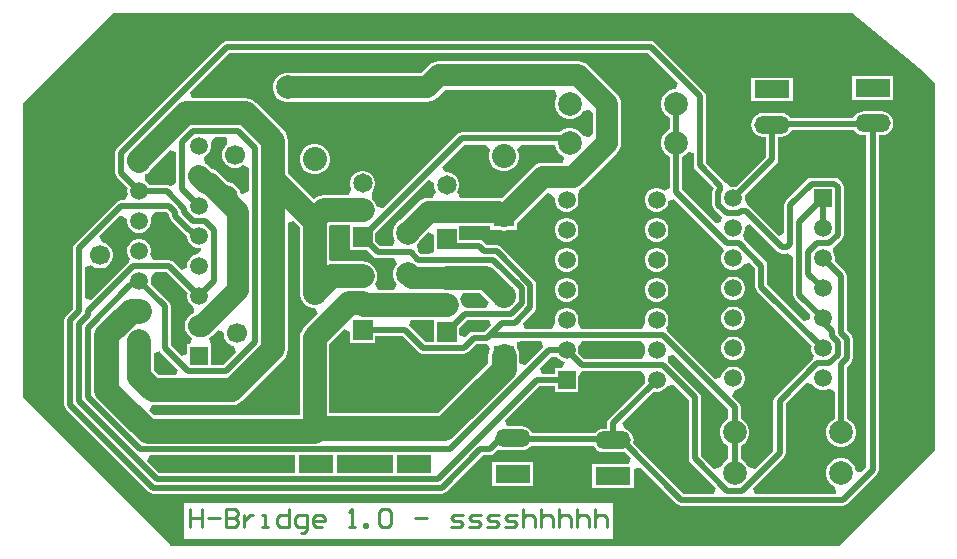
<source format=gbr>
%TF.GenerationSoftware,Altium Limited,Altium Designer,25.8.1 (18)*%
G04 Layer_Physical_Order=1*
G04 Layer_Color=255*
%FSLAX45Y45*%
%MOMM*%
%TF.SameCoordinates,A03D5229-0D84-416C-82DE-D2F162E989C3*%
%TF.FilePolarity,Positive*%
%TF.FileFunction,Copper,L1,Top,Signal*%
%TF.Part,Single*%
G01*
G75*
%TA.AperFunction,Conductor*%
%ADD10C,0.50000*%
%ADD11C,2.00000*%
%ADD12C,1.90000*%
%ADD13C,2.10000*%
%TA.AperFunction,NonConductor*%
%ADD14C,0.25400*%
%TA.AperFunction,ComponentPad*%
%ADD15R,1.50000X1.50000*%
%ADD16C,1.50000*%
%ADD17O,3.00000X1.50000*%
%ADD18R,3.00000X1.50000*%
%ADD19R,1.65100X1.65100*%
%ADD20C,1.65100*%
%ADD21C,2.00000*%
%ADD22R,1.77800X1.77800*%
%ADD23C,2.03200*%
%TA.AperFunction,ViaPad*%
%ADD24C,1.70000*%
%ADD25C,2.00000*%
G36*
X13271500Y8026400D02*
X13366750Y7931150D01*
Y4857750D01*
Y4832350D01*
X12553950Y4019550D01*
X6902450D01*
X5645150Y5276850D01*
Y7766050D01*
X6394450Y8515350D01*
X6419850Y8528050D01*
X12668250D01*
X13271500Y8026400D01*
D02*
G37*
%LPC*%
G36*
X13015099Y7995000D02*
X12664300D01*
Y7794200D01*
X13015099D01*
Y7995000D01*
D02*
G37*
G36*
X12164199Y7982300D02*
X11813400D01*
Y7781500D01*
X12164199D01*
Y7982300D01*
D02*
G37*
G36*
X9967099Y4728000D02*
X9616300D01*
Y4527200D01*
X9967099D01*
Y4728000D01*
D02*
G37*
G36*
X10960100Y8293687D02*
X7372863D01*
X7353197Y8289776D01*
X7336526Y8278636D01*
X6442664Y7384774D01*
X6431524Y7368103D01*
X6427613Y7348437D01*
Y7173500D01*
X6431524Y7153835D01*
X6442664Y7137164D01*
X6532066Y7047761D01*
X6529000Y7036318D01*
Y7009882D01*
X6532750Y6995887D01*
X6515617Y6962454D01*
X6500312Y6945887D01*
X6475400D01*
X6455735Y6941976D01*
X6439064Y6930836D01*
X6085064Y6576836D01*
X6073924Y6560165D01*
X6070013Y6540500D01*
Y6025252D01*
X6009664Y5964903D01*
X5998524Y5948232D01*
X5994613Y5928567D01*
Y5213430D01*
X5998524Y5193765D01*
X6009664Y5177094D01*
X6712194Y4474564D01*
X6728865Y4463424D01*
X6748530Y4459513D01*
X9191800D01*
X9211465Y4463424D01*
X9228136Y4474564D01*
X9539285Y4785713D01*
X9599140D01*
X9618805Y4789624D01*
X9635476Y4800764D01*
X9672110Y4837397D01*
X9690490Y4829784D01*
X9716699Y4826334D01*
X9866700D01*
X9892909Y4829784D01*
X9917333Y4839901D01*
X9938306Y4855994D01*
X9947106Y4867463D01*
X10476588D01*
X10479900Y4859467D01*
X10495993Y4838494D01*
X10516966Y4822401D01*
X10541390Y4812284D01*
X10567599Y4808834D01*
X10717600D01*
X10742867Y4812160D01*
X10794527Y4760500D01*
X10773816Y4710500D01*
X10467200D01*
Y4509700D01*
X10817999D01*
Y4666317D01*
X10867999Y4687027D01*
X11181663Y4373364D01*
X11198334Y4362224D01*
X11217999Y4358313D01*
X12588500D01*
X12608165Y4362224D01*
X12624836Y4373364D01*
X12876036Y4624563D01*
X12887175Y4641235D01*
X12891087Y4660899D01*
Y7493334D01*
X12914700D01*
X12940909Y7496784D01*
X12965334Y7506901D01*
X12986307Y7522994D01*
X13002399Y7543967D01*
X13012515Y7568390D01*
X13015965Y7594600D01*
X13012515Y7620810D01*
X13002399Y7645233D01*
X12986307Y7666206D01*
X12965334Y7682299D01*
X12940909Y7692416D01*
X12914700Y7695866D01*
X12764699D01*
X12738490Y7692416D01*
X12714066Y7682299D01*
X12693093Y7666206D01*
X12677000Y7645233D01*
X12674682Y7639637D01*
X12146048D01*
X12135406Y7653506D01*
X12114433Y7669599D01*
X12090009Y7679716D01*
X12063800Y7683166D01*
X11913799D01*
X11887590Y7679716D01*
X11863166Y7669599D01*
X11842193Y7653506D01*
X11826100Y7632533D01*
X11815984Y7608110D01*
X11812533Y7581900D01*
X11815984Y7555690D01*
X11826100Y7531267D01*
X11842193Y7510294D01*
X11863166Y7494201D01*
X11887590Y7484084D01*
X11913799Y7480634D01*
X11937412D01*
Y7311085D01*
X11683261Y7056934D01*
X11671818Y7060000D01*
X11645382D01*
X11596694Y7088647D01*
X11585555Y7105318D01*
X11430587Y7260285D01*
Y7823200D01*
X11426676Y7842865D01*
X11415536Y7859536D01*
X10996436Y8278636D01*
X10979765Y8289776D01*
X10960100Y8293687D01*
D02*
G37*
G36*
X10641458Y4381434D02*
X7010400D01*
Y4076700D01*
X10641458D01*
Y4381434D01*
D02*
G37*
%LPD*%
G36*
X10150600Y7412991D02*
X10159146Y7381098D01*
X10175655Y7352503D01*
X10199003Y7329155D01*
X10227598Y7312646D01*
X10216937Y7263739D01*
X10050600D01*
X10019169Y7259601D01*
X9989880Y7247469D01*
X9964730Y7228170D01*
X9700286Y6963726D01*
X9677400Y6966739D01*
X9349114D01*
X9335346Y6985604D01*
X9324548Y7016739D01*
X9333493Y7032233D01*
X9340850Y7059688D01*
Y7088112D01*
X9333493Y7115567D01*
X9319281Y7140183D01*
X9299183Y7160281D01*
X9274567Y7174493D01*
X9247112Y7181850D01*
X9218688D01*
X9217110Y7181427D01*
X9191229Y7226256D01*
X9380785Y7415813D01*
X9569207D01*
X9598075Y7365813D01*
X9597155Y7364220D01*
X9588500Y7331920D01*
Y7298480D01*
X9597155Y7266180D01*
X9613875Y7237220D01*
X9637520Y7213575D01*
X9666480Y7196855D01*
X9698780Y7188200D01*
X9732220D01*
X9764520Y7196855D01*
X9793480Y7213575D01*
X9817125Y7237220D01*
X9833845Y7266180D01*
X9842500Y7298480D01*
Y7331920D01*
X9833845Y7364220D01*
X9832925Y7365813D01*
X9861793Y7415813D01*
X10150600D01*
Y7412991D01*
D02*
G37*
G36*
X6940613Y7353152D02*
Y7088902D01*
X6920647Y7074639D01*
X6890613Y7065286D01*
X6882697Y7070576D01*
X6863031Y7074487D01*
X6715663D01*
X6709740Y7084747D01*
X6691047Y7103440D01*
X6681624Y7108880D01*
X6679344Y7152157D01*
X6682934Y7163542D01*
X6692641Y7167563D01*
X6718836Y7187664D01*
X6738937Y7213859D01*
X6741019Y7218886D01*
X6894419Y7372286D01*
X6940613Y7353152D01*
D02*
G37*
G36*
X11196126Y7933602D02*
X11173917Y7885100D01*
X11159491D01*
X11127598Y7876554D01*
X11099003Y7860045D01*
X11075655Y7836697D01*
X11059146Y7808102D01*
X11050600Y7776209D01*
Y7743191D01*
X11059146Y7711298D01*
X11075655Y7682703D01*
X11099003Y7659355D01*
X11124613Y7644569D01*
Y7544631D01*
X11099003Y7529845D01*
X11075655Y7506497D01*
X11059146Y7477902D01*
X11050600Y7446009D01*
Y7412991D01*
X11059146Y7381098D01*
X11075655Y7352503D01*
X11099003Y7329155D01*
X11124613Y7314369D01*
Y7045884D01*
X11074613Y7025173D01*
X11072547Y7027240D01*
X11049653Y7040458D01*
X11024117Y7047300D01*
X10997682D01*
X10972146Y7040458D01*
X10949252Y7027240D01*
X10930560Y7008547D01*
X10917342Y6985653D01*
X10910500Y6960118D01*
Y6933682D01*
X10917342Y6908147D01*
X10930560Y6885253D01*
X10949252Y6866560D01*
X10972146Y6853342D01*
X10997682Y6846500D01*
X11024117D01*
X11049653Y6853342D01*
X11072547Y6866560D01*
X11091239Y6885253D01*
X11104457Y6908147D01*
X11111299Y6933682D01*
X11161299Y6952886D01*
X11570322Y6543864D01*
X11577816Y6514959D01*
X11565659Y6491422D01*
X11565042Y6490353D01*
X11558200Y6464818D01*
Y6438382D01*
X11565042Y6412847D01*
X11578260Y6389953D01*
X11596953Y6371260D01*
X11619847Y6358042D01*
X11645382Y6351200D01*
X11671818D01*
X11697353Y6358042D01*
X11720247Y6371260D01*
X11738940Y6389953D01*
X11744528Y6399631D01*
X11785985Y6411861D01*
X11803520Y6411349D01*
X11846717Y6368152D01*
Y6212095D01*
X11850629Y6192430D01*
X11861769Y6175759D01*
X12323266Y5714261D01*
X12320200Y5702818D01*
Y5676382D01*
X12327042Y5650847D01*
X12340260Y5627953D01*
X12333921Y5598936D01*
X12015591Y5280606D01*
X12004452Y5263935D01*
X12000540Y5244270D01*
Y4824715D01*
X11844105Y4668279D01*
X11788337Y4683222D01*
X11788154Y4683902D01*
X11771645Y4712497D01*
X11748298Y4735845D01*
X11722688Y4750631D01*
Y4863269D01*
X11748298Y4878055D01*
X11771645Y4901403D01*
X11788154Y4929998D01*
X11796700Y4961891D01*
Y4994909D01*
X11788154Y5026802D01*
X11771645Y5055397D01*
X11748298Y5078745D01*
X11722688Y5093531D01*
Y5193842D01*
X11718776Y5213507D01*
X11707636Y5230178D01*
X11652614Y5285200D01*
X11671818Y5335200D01*
X11697353Y5342042D01*
X11720247Y5355260D01*
X11738940Y5373953D01*
X11752158Y5396847D01*
X11759000Y5422382D01*
Y5448818D01*
X11752158Y5474353D01*
X11738940Y5497247D01*
X11720247Y5515940D01*
X11697353Y5529158D01*
X11671818Y5536000D01*
X11645382D01*
X11619847Y5529158D01*
X11596953Y5515940D01*
X11578260Y5497247D01*
X11565042Y5474353D01*
X11558200Y5448818D01*
X11508200Y5429614D01*
X11099178Y5838636D01*
X11091683Y5867541D01*
X11103840Y5891078D01*
X11104457Y5892147D01*
X11111299Y5917682D01*
Y5944118D01*
X11104457Y5969653D01*
X11091239Y5992547D01*
X11072547Y6011240D01*
X11049653Y6024458D01*
X11024117Y6031300D01*
X10997682D01*
X10972146Y6024458D01*
X10949252Y6011240D01*
X10930560Y5992547D01*
X10917342Y5969653D01*
X10910500Y5944118D01*
Y5917682D01*
X10914249Y5903687D01*
X10897116Y5870254D01*
X10881811Y5853687D01*
X10377988D01*
X10362683Y5870254D01*
X10345550Y5903687D01*
X10349299Y5917682D01*
Y5944118D01*
X10342457Y5969653D01*
X10329239Y5992547D01*
X10310547Y6011240D01*
X10287653Y6024458D01*
X10262117Y6031300D01*
X10235682D01*
X10210146Y6024458D01*
X10187252Y6011240D01*
X10168560Y5992547D01*
X10155342Y5969653D01*
X10148500Y5944118D01*
Y5917682D01*
X10152249Y5903687D01*
X10135116Y5870254D01*
X10119811Y5853687D01*
X9900062D01*
X9879351Y5903687D01*
X9979236Y6003572D01*
X9990375Y6020243D01*
X9994287Y6039908D01*
Y6228292D01*
X9990375Y6247957D01*
X9979236Y6264628D01*
X9695228Y6548636D01*
X9678557Y6559776D01*
X9658892Y6563687D01*
X9573545D01*
X9541746Y6595486D01*
X9525075Y6606626D01*
X9505410Y6610537D01*
X9340850D01*
Y6723861D01*
X9601200D01*
Y6692900D01*
X9676825D01*
X9684069Y6689899D01*
X9715500Y6685761D01*
X9746931Y6689899D01*
X9754175Y6692900D01*
X9829800D01*
Y6749760D01*
X10084656Y7004616D01*
X10114215Y6998311D01*
X10148500Y6960118D01*
Y6933682D01*
X10155342Y6908147D01*
X10168560Y6885253D01*
X10187252Y6866560D01*
X10210146Y6853342D01*
X10235682Y6846500D01*
X10262117D01*
X10287653Y6853342D01*
X10310547Y6866560D01*
X10329239Y6885253D01*
X10342457Y6908147D01*
X10349299Y6933682D01*
Y6960118D01*
X10344294Y6978801D01*
X10342458Y6985655D01*
X10360935Y7036369D01*
X10365907Y7040734D01*
X10386363Y7056430D01*
X10676216Y7346283D01*
X10695515Y7371434D01*
X10707647Y7400723D01*
X10711785Y7432153D01*
Y7757047D01*
X10707647Y7788477D01*
X10695515Y7817766D01*
X10676216Y7842917D01*
X10432263Y8086870D01*
X10407113Y8106169D01*
X10377824Y8118301D01*
X10346393Y8122439D01*
X9168700D01*
X9137269Y8118301D01*
X9107980Y8106169D01*
X9082829Y8086870D01*
X9016798Y8020839D01*
X7917993D01*
X7903209Y8024800D01*
X7870191D01*
X7838298Y8016254D01*
X7809703Y7999745D01*
X7786355Y7976397D01*
X7769846Y7947802D01*
X7761300Y7915909D01*
Y7882891D01*
X7769846Y7850998D01*
X7786355Y7822403D01*
X7809703Y7799055D01*
X7838298Y7782546D01*
X7870191Y7774000D01*
X7903209D01*
X7917993Y7777961D01*
X9067100D01*
X9098530Y7782099D01*
X9127819Y7794231D01*
X9152970Y7813530D01*
X9219001Y7879561D01*
X10147809D01*
X10163139Y7855963D01*
X10171535Y7829561D01*
X10159146Y7808102D01*
X10150600Y7776209D01*
Y7743191D01*
X10159146Y7711298D01*
X10175655Y7682703D01*
X10199003Y7659355D01*
X10227598Y7642846D01*
X10259491Y7634300D01*
X10292510D01*
X10324403Y7642846D01*
X10352998Y7659355D01*
X10376345Y7682703D01*
X10384634Y7697059D01*
X10436232Y7707887D01*
X10440186Y7707576D01*
X10468908Y7684075D01*
Y7505125D01*
X10440186Y7481624D01*
X10436232Y7481313D01*
X10384634Y7492141D01*
X10376345Y7506497D01*
X10352998Y7529845D01*
X10324403Y7546354D01*
X10292510Y7554900D01*
X10259491D01*
X10227598Y7546354D01*
X10199003Y7529845D01*
X10187745Y7518587D01*
X9359500D01*
X9339835Y7514676D01*
X9323164Y7503536D01*
X8696172Y6876545D01*
X8643872Y6890736D01*
X8631237Y6921241D01*
X8611136Y6947436D01*
X8604878Y6952238D01*
X8600433Y6964863D01*
X8599399Y7006753D01*
X8602251Y7014486D01*
X8608081Y7020317D01*
X8622293Y7044933D01*
X8629650Y7072388D01*
Y7100812D01*
X8622293Y7128267D01*
X8608081Y7152883D01*
X8587983Y7172981D01*
X8563367Y7187193D01*
X8535912Y7194550D01*
X8507488D01*
X8480033Y7187193D01*
X8455417Y7172981D01*
X8435319Y7152883D01*
X8421107Y7128267D01*
X8413750Y7100812D01*
Y7072388D01*
X8421107Y7044933D01*
X8427140Y7034482D01*
X8410462Y6994777D01*
X8400443Y6984482D01*
X8191502D01*
X8191500Y6984482D01*
X8158764Y6980172D01*
X8128259Y6967537D01*
X8108269Y6952198D01*
X7889882Y7170584D01*
Y7447996D01*
X7889882Y7447998D01*
X7885572Y7480733D01*
X7872937Y7511239D01*
X7852836Y7537434D01*
X7852835Y7537435D01*
X7620934Y7769337D01*
X7594739Y7789437D01*
X7564234Y7802073D01*
X7531498Y7806382D01*
X7531495Y7806382D01*
X7080328D01*
X7059617Y7856382D01*
X7394148Y8190913D01*
X10938815D01*
X11196126Y7933602D01*
D02*
G37*
G36*
X7371919Y7471670D02*
X7374413Y7416242D01*
X7353858Y7395687D01*
X7339324Y7370513D01*
X7331800Y7342434D01*
Y7313366D01*
X7339324Y7285287D01*
X7353858Y7260113D01*
X7374413Y7239558D01*
X7399587Y7225024D01*
X7427666Y7217500D01*
X7456734D01*
X7484813Y7225024D01*
X7509987Y7239558D01*
X7511613Y7241184D01*
X7561613Y7220473D01*
Y7022926D01*
X7511613Y6994444D01*
X7485848Y7009528D01*
X7482854Y7020702D01*
X7466345Y7049297D01*
X7442997Y7072645D01*
X7414402Y7089154D01*
X7384378Y7097199D01*
X7304207Y7177370D01*
X7279056Y7196669D01*
X7250914Y7208326D01*
X7223270Y7235970D01*
X7198119Y7255269D01*
X7184347Y7260974D01*
X7179380Y7291020D01*
X7181440Y7313595D01*
X7199047Y7323760D01*
X7217740Y7342453D01*
X7230958Y7365347D01*
X7237800Y7390882D01*
Y7417318D01*
X7234907Y7428113D01*
X7255575Y7466075D01*
X7268336Y7478113D01*
X7367986D01*
X7371919Y7471670D01*
D02*
G37*
G36*
X11327813Y7341647D02*
Y7239000D01*
X11331724Y7219335D01*
X11342864Y7202664D01*
X11497256Y7048271D01*
X11496864Y7047878D01*
X11485724Y7031207D01*
X11481813Y7011542D01*
Y6907658D01*
X11485724Y6887993D01*
X11496864Y6871322D01*
X11563543Y6804643D01*
X11558278Y6758891D01*
X11510842Y6748688D01*
X11227388Y7032143D01*
Y7314369D01*
X11252998Y7329155D01*
X11276345Y7352503D01*
X11277813Y7355044D01*
X11327813Y7341647D01*
D02*
G37*
G36*
X6885213Y6821614D02*
Y6812926D01*
X6889124Y6793261D01*
X6900264Y6776590D01*
X7017890Y6658964D01*
X7026671Y6653096D01*
X7037000Y6642768D01*
Y6628882D01*
X7043842Y6603347D01*
X7057060Y6580453D01*
X7075753Y6561760D01*
X7098647Y6548542D01*
X7124182Y6541700D01*
X7150618D01*
X7155257Y6524046D01*
X7124182Y6488500D01*
X7098647Y6481658D01*
X7075753Y6468440D01*
X7057060Y6449747D01*
X7043842Y6426853D01*
X7037000Y6401318D01*
Y6377883D01*
X7029725Y6371432D01*
X6991073Y6353100D01*
X6921336Y6422836D01*
X6904665Y6433976D01*
X6885000Y6437887D01*
X6758488D01*
X6743183Y6454454D01*
X6726050Y6487887D01*
X6729800Y6501882D01*
Y6528318D01*
X6722958Y6553853D01*
X6709740Y6576747D01*
X6691047Y6595440D01*
X6668153Y6608658D01*
X6642618Y6615500D01*
X6616182D01*
X6590647Y6608658D01*
X6567753Y6595440D01*
X6549060Y6576747D01*
X6535842Y6553853D01*
X6529000Y6528318D01*
Y6501882D01*
X6535842Y6476347D01*
X6536459Y6475278D01*
X6548616Y6451742D01*
X6541122Y6422836D01*
X6218981Y6100696D01*
X6172787Y6119830D01*
Y6380199D01*
X6173291Y6380583D01*
X6222787Y6397284D01*
X6231413Y6388658D01*
X6256587Y6374124D01*
X6284666Y6366600D01*
X6313734D01*
X6341813Y6374124D01*
X6366987Y6388658D01*
X6387542Y6409213D01*
X6402076Y6434387D01*
X6409600Y6462466D01*
Y6491534D01*
X6402076Y6519613D01*
X6387542Y6544787D01*
X6366987Y6565342D01*
X6341813Y6579876D01*
X6313734Y6587400D01*
X6311683D01*
X6290972Y6637400D01*
X6466680Y6813108D01*
X6486346Y6809637D01*
X6529000Y6782318D01*
Y6755882D01*
X6535842Y6730347D01*
X6549060Y6707453D01*
X6567753Y6688760D01*
X6590647Y6675542D01*
X6616182Y6668700D01*
X6642618D01*
X6668153Y6675542D01*
X6691047Y6688760D01*
X6709740Y6707453D01*
X6722958Y6730347D01*
X6729800Y6755882D01*
Y6782318D01*
X6726907Y6793113D01*
X6747575Y6831075D01*
X6760336Y6843113D01*
X6863715D01*
X6885213Y6821614D01*
D02*
G37*
G36*
X9125373Y7089690D02*
X9124950Y7088112D01*
Y7059688D01*
X9132307Y7032233D01*
X9141252Y7016739D01*
X9130454Y6985604D01*
X9116686Y6966739D01*
X9080500D01*
X9049069Y6962601D01*
X9019781Y6950469D01*
X8994630Y6931170D01*
X8838958Y6775498D01*
X8825703Y6767845D01*
X8802355Y6744497D01*
X8785846Y6715902D01*
X8777300Y6684009D01*
Y6650991D01*
X8785846Y6619098D01*
X8794685Y6603787D01*
X8779003Y6565283D01*
X8768360Y6553787D01*
X8669985D01*
X8629650Y6594122D01*
Y6664678D01*
X9080544Y7115571D01*
X9125373Y7089690D01*
D02*
G37*
G36*
X9124950Y6652682D02*
Y6508750D01*
X9083426Y6488287D01*
X9016473D01*
X8989614Y6515146D01*
X8980778Y6561486D01*
X8993233Y6580690D01*
X9003045Y6590503D01*
X9010698Y6603758D01*
X9078756Y6671816D01*
X9124950Y6652682D01*
D02*
G37*
G36*
X8413750Y6521450D02*
X8556978D01*
X8612364Y6466064D01*
X8629035Y6454924D01*
X8648700Y6451013D01*
X8790929D01*
X8811640Y6401013D01*
X8804375Y6393748D01*
X8787866Y6365153D01*
X8779320Y6333260D01*
Y6300242D01*
X8787866Y6268348D01*
X8804375Y6239754D01*
X8809747Y6234382D01*
X8789036Y6184382D01*
X8654684D01*
X8630027Y6234382D01*
X8631237Y6235959D01*
X8643872Y6266464D01*
X8648182Y6299200D01*
X8643872Y6331936D01*
X8631237Y6362441D01*
X8611136Y6388636D01*
X8584941Y6408737D01*
X8554436Y6421372D01*
X8521700Y6425682D01*
X8255866D01*
X8241782Y6438033D01*
Y6729409D01*
X8243891Y6731518D01*
X8413750D01*
Y6521450D01*
D02*
G37*
G36*
X9588106Y6083487D02*
X9567395Y6033487D01*
X9406599D01*
X9375297Y6049672D01*
X9356645Y6078688D01*
X9355072Y6090636D01*
X9347044Y6110018D01*
X9361824Y6143848D01*
X9375629Y6160018D01*
X9511575D01*
X9588106Y6083487D01*
D02*
G37*
G36*
X12037354Y6508174D02*
X12054025Y6497035D01*
X12073690Y6493123D01*
X12115111D01*
X12118413Y6493780D01*
X12159661Y6469173D01*
X12168413Y6459375D01*
Y6144400D01*
X12172324Y6124735D01*
X12183464Y6108064D01*
X12312077Y5979451D01*
X12312602Y5946917D01*
X12311204Y5940151D01*
X12261589Y5921284D01*
X11949492Y6233380D01*
Y6389438D01*
X11945580Y6409103D01*
X11934441Y6425774D01*
X11762956Y6597259D01*
X11738940Y6643953D01*
X11752158Y6666847D01*
X11759000Y6692382D01*
Y6715817D01*
X11766275Y6722268D01*
X11804927Y6740600D01*
X12037354Y6508174D01*
D02*
G37*
G36*
X9608207Y5884519D02*
X9556575Y5832887D01*
X9462470D01*
X9442805Y5828976D01*
X9426134Y5817836D01*
X9390850Y5782553D01*
X9340850Y5803263D01*
Y5864578D01*
X9406986Y5930713D01*
X9589072D01*
X9608207Y5884519D01*
D02*
G37*
G36*
X9124950Y5747737D02*
X9051899D01*
X8921300Y5878336D01*
X8916688Y5881418D01*
X8930552Y5931418D01*
X9124950D01*
Y5747737D01*
D02*
G37*
G36*
X7040066Y6158761D02*
X7037000Y6147318D01*
Y6120882D01*
X7043842Y6095347D01*
X7057060Y6072453D01*
X7075753Y6053760D01*
X7085385Y6048199D01*
X7095501Y6021513D01*
X7090453Y5990974D01*
X7076681Y5985269D01*
X7051530Y5965970D01*
X7032231Y5940819D01*
X7020099Y5911531D01*
X7015961Y5880100D01*
X7020099Y5848669D01*
X7032231Y5819381D01*
X7051530Y5794230D01*
X7074636Y5776500D01*
X7075069Y5771479D01*
X7058841Y5726500D01*
X7037000D01*
Y5643224D01*
X6990806Y5624090D01*
X6896416Y5718480D01*
Y6045471D01*
X6892505Y6065136D01*
X6881365Y6081807D01*
X6726734Y6236439D01*
X6729800Y6247882D01*
Y6274318D01*
X6726907Y6285113D01*
X6747575Y6323075D01*
X6760336Y6335113D01*
X6863715D01*
X7040066Y6158761D01*
D02*
G37*
G36*
X10892725Y5738875D02*
X10913392Y5700913D01*
X10910500Y5690118D01*
Y5663682D01*
X10914249Y5649687D01*
X10897116Y5616254D01*
X10881811Y5599687D01*
X10398785D01*
X10346233Y5652239D01*
X10349299Y5663682D01*
Y5690118D01*
X10346407Y5700913D01*
X10367074Y5738875D01*
X10379835Y5750913D01*
X10879964D01*
X10892725Y5738875D01*
D02*
G37*
G36*
X7323335Y5837291D02*
X7344500Y5822412D01*
Y5802066D01*
X7352024Y5773987D01*
X7366558Y5748813D01*
X7387113Y5728258D01*
X7412287Y5713724D01*
X7431967Y5708450D01*
X7445076Y5682791D01*
X7450428Y5656200D01*
X7346315Y5552087D01*
X7237800D01*
Y5726500D01*
X7237800D01*
X7222068Y5771479D01*
X7222501Y5776500D01*
X7245607Y5794230D01*
X7296479Y5845102D01*
X7323335Y5837291D01*
D02*
G37*
G36*
X10038569Y5743714D02*
X10051709Y5700913D01*
X9897025Y5546229D01*
X9847025Y5566940D01*
Y5626100D01*
X9842544Y5660141D01*
X9829800Y5690907D01*
Y5740400D01*
X9875446Y5750913D01*
X10033163D01*
X10038569Y5743714D01*
D02*
G37*
G36*
X10167386Y5617286D02*
X10168560Y5615253D01*
X10187252Y5596560D01*
X10210146Y5583342D01*
X10232742Y5577288D01*
X10236260Y5575600D01*
X10237736Y5573300D01*
X10210419Y5523300D01*
X10148500D01*
Y5474287D01*
X10041139D01*
X10020428Y5524287D01*
X10117275Y5621134D01*
X10167386Y5617286D01*
D02*
G37*
G36*
X6808693Y5660858D02*
X6959069Y5510482D01*
X6938358Y5460482D01*
X6798948D01*
X6755882Y5503548D01*
Y5650243D01*
X6805882Y5665065D01*
X6808693Y5660858D01*
D02*
G37*
G36*
X11155820Y5382649D02*
X11284535Y5253935D01*
Y4758181D01*
X11288446Y4738516D01*
X11299586Y4721845D01*
X11514149Y4507281D01*
X11495015Y4461087D01*
X11239284D01*
X10815539Y4884832D01*
X10818866Y4910100D01*
X10815415Y4936310D01*
X10805299Y4960733D01*
X10789206Y4981706D01*
X10768233Y4997799D01*
X10743809Y5007916D01*
X10739823Y5008440D01*
X10720728Y5059913D01*
X10720738Y5060066D01*
X10986238Y5325566D01*
X10997682Y5322500D01*
X11024117D01*
X11049653Y5329342D01*
X11072547Y5342560D01*
X11091239Y5361253D01*
X11096827Y5370931D01*
X11138284Y5383161D01*
X11155820Y5382649D01*
D02*
G37*
G36*
X10892725Y5484875D02*
X10913392Y5446913D01*
X10910500Y5436118D01*
Y5409682D01*
X10913566Y5398239D01*
X10606263Y5090936D01*
X10595124Y5074265D01*
X10591212Y5054600D01*
Y5011366D01*
X10567599D01*
X10541390Y5007916D01*
X10516966Y4997799D01*
X10495993Y4981706D01*
X10487193Y4970237D01*
X9957711D01*
X9954399Y4978233D01*
X9938306Y4999206D01*
X9917333Y5015299D01*
X9892909Y5025416D01*
X9866700Y5028866D01*
X9746518D01*
X9725807Y5078866D01*
X10018454Y5371513D01*
X10148500D01*
Y5322500D01*
X10349299D01*
Y5451543D01*
X10377500Y5496913D01*
X10879964D01*
X10892725Y5484875D01*
D02*
G37*
G36*
X7988818Y6713903D02*
Y6178152D01*
X7988300Y6176220D01*
Y6142780D01*
X7996955Y6110480D01*
X8013675Y6081520D01*
X8037320Y6057875D01*
X8066280Y6041155D01*
X8098580Y6032500D01*
X8120174D01*
X8138860Y6002212D01*
X8142865Y5984480D01*
X8025864Y5867479D01*
X8005763Y5841283D01*
X7993128Y5810778D01*
X7988818Y5778042D01*
X7988818Y5778040D01*
Y5651500D01*
Y5124025D01*
X7892755D01*
X7882120Y5122625D01*
X6755842D01*
X6717564Y5160904D01*
X6740918Y5208260D01*
X6746558Y5207518D01*
X6746560Y5207518D01*
X7413596D01*
X7413598Y5207518D01*
X7446334Y5211828D01*
X7476838Y5224463D01*
X7503034Y5244564D01*
X7852835Y5594365D01*
X7852836Y5594366D01*
X7872937Y5620561D01*
X7885572Y5651066D01*
X7889882Y5683802D01*
X7889882Y5683804D01*
Y6747510D01*
X7936076Y6766645D01*
X7988818Y6713903D01*
D02*
G37*
G36*
X8413750Y5832291D02*
Y5734050D01*
X8629650D01*
Y5790613D01*
X8863678D01*
X8994277Y5660014D01*
X9010948Y5648874D01*
X9030613Y5644963D01*
X9377320D01*
X9396985Y5648874D01*
X9413656Y5660014D01*
X9483755Y5730113D01*
X9575077D01*
X9583767Y5716321D01*
X9597981Y5683135D01*
X9588456Y5660141D01*
X9583975Y5626100D01*
Y5566279D01*
X9160920Y5143225D01*
X8241782D01*
Y5651500D01*
Y5725651D01*
X8367556Y5851425D01*
X8413750Y5832291D01*
D02*
G37*
G36*
X12693093Y7522994D02*
X12714066Y7506901D01*
X12738490Y7496784D01*
X12764699Y7493334D01*
X12788312D01*
Y4682185D01*
X12746700Y4640573D01*
X12717747Y4647195D01*
X12694740Y4659324D01*
X12688154Y4683902D01*
X12671645Y4712497D01*
X12648298Y4735845D01*
X12619703Y4752354D01*
X12587809Y4760900D01*
X12554791D01*
X12522898Y4752354D01*
X12494303Y4735845D01*
X12470955Y4712497D01*
X12454446Y4683902D01*
X12445900Y4652009D01*
Y4618991D01*
X12454446Y4587098D01*
X12470955Y4558503D01*
X12494303Y4535155D01*
X12522897Y4518646D01*
X12529465Y4465122D01*
X12527839Y4461087D01*
X11847586D01*
X11828452Y4507281D01*
X12088264Y4767094D01*
X12099403Y4783765D01*
X12103315Y4803430D01*
Y5222985D01*
X12275680Y5395349D01*
X12293215Y5395861D01*
X12334672Y5383631D01*
X12340260Y5373953D01*
X12358953Y5355260D01*
X12381847Y5342042D01*
X12407382Y5335200D01*
X12433818D01*
X12459353Y5342042D01*
X12469913Y5348139D01*
X12506995Y5333548D01*
X12519913Y5322215D01*
Y5093531D01*
X12494303Y5078745D01*
X12470955Y5055397D01*
X12454446Y5026802D01*
X12445900Y4994909D01*
Y4961891D01*
X12454446Y4929998D01*
X12470955Y4901403D01*
X12494303Y4878055D01*
X12522898Y4861546D01*
X12554791Y4853000D01*
X12587809D01*
X12619703Y4861546D01*
X12648298Y4878055D01*
X12671645Y4901403D01*
X12688154Y4929998D01*
X12696700Y4961891D01*
Y4994909D01*
X12688154Y5026802D01*
X12671645Y5055397D01*
X12648298Y5078745D01*
X12622687Y5093531D01*
Y5535041D01*
X12657736Y5570090D01*
X12668876Y5586761D01*
X12672787Y5606426D01*
Y5772774D01*
X12668876Y5792439D01*
X12657736Y5809110D01*
X12622687Y5844159D01*
Y6300900D01*
X12618776Y6320565D01*
X12607636Y6337236D01*
X12517934Y6426939D01*
X12521000Y6438382D01*
Y6464818D01*
X12514158Y6490353D01*
X12500940Y6513247D01*
X12507279Y6542264D01*
X12582336Y6617322D01*
X12593476Y6633993D01*
X12597387Y6653658D01*
Y7055476D01*
X12593476Y7075142D01*
X12582336Y7091813D01*
X12552813Y7121336D01*
X12536142Y7132476D01*
X12516476Y7136387D01*
X12324724D01*
X12305058Y7132476D01*
X12288387Y7121336D01*
X12108064Y6941013D01*
X12096924Y6924342D01*
X12093013Y6904677D01*
Y6663188D01*
X12046819Y6644054D01*
X11804318Y6886555D01*
X11787647Y6897694D01*
X11759000Y6946382D01*
Y6972818D01*
X11755934Y6984261D01*
X12025136Y7253463D01*
X12036275Y7270134D01*
X12040187Y7289799D01*
Y7480634D01*
X12063800D01*
X12090009Y7484084D01*
X12114433Y7494201D01*
X12135406Y7510294D01*
X12151499Y7531267D01*
X12153817Y7536863D01*
X12682451D01*
X12693093Y7522994D01*
D02*
G37*
G36*
X11619913Y5172556D02*
Y5093531D01*
X11594303Y5078745D01*
X11570955Y5055397D01*
X11554446Y5026802D01*
X11545900Y4994909D01*
Y4961891D01*
X11554446Y4929998D01*
X11570955Y4901403D01*
X11594303Y4878055D01*
X11619913Y4863269D01*
Y4750631D01*
X11594303Y4735845D01*
X11570955Y4712497D01*
X11554446Y4683902D01*
X11554264Y4683222D01*
X11498496Y4668279D01*
X11387309Y4779466D01*
Y5275220D01*
X11383398Y5294885D01*
X11372258Y5311556D01*
X11105957Y5577857D01*
X11111221Y5623609D01*
X11158657Y5633812D01*
X11619913Y5172556D01*
D02*
G37*
G36*
X8778100Y4637687D02*
X8303399D01*
Y4785713D01*
X8778100D01*
Y4637687D01*
D02*
G37*
G36*
X7952600D02*
X6801047D01*
X6700616Y4738119D01*
X6719750Y4784313D01*
X7952600D01*
Y4637687D01*
D02*
G37*
%LPC*%
G36*
X8132020Y7416800D02*
X8098580D01*
X8066280Y7408145D01*
X8037320Y7391425D01*
X8013675Y7367780D01*
X7996955Y7338820D01*
X7988300Y7306520D01*
Y7273080D01*
X7996955Y7240780D01*
X8013675Y7211820D01*
X8037320Y7188175D01*
X8066280Y7171455D01*
X8098580Y7162800D01*
X8132020D01*
X8164320Y7171455D01*
X8193280Y7188175D01*
X8216925Y7211820D01*
X8233645Y7240780D01*
X8242300Y7273080D01*
Y7306520D01*
X8233645Y7338820D01*
X8216925Y7367780D01*
X8193280Y7391425D01*
X8164320Y7408145D01*
X8132020Y7416800D01*
D02*
G37*
G36*
X11024117Y6793300D02*
X10997682D01*
X10972146Y6786458D01*
X10949252Y6773240D01*
X10930560Y6754547D01*
X10917342Y6731653D01*
X10910500Y6706118D01*
Y6679682D01*
X10917342Y6654147D01*
X10930560Y6631253D01*
X10949252Y6612560D01*
X10972146Y6599342D01*
X10997682Y6592500D01*
X11024117D01*
X11049653Y6599342D01*
X11072547Y6612560D01*
X11091239Y6631253D01*
X11104457Y6654147D01*
X11111299Y6679682D01*
Y6706118D01*
X11104457Y6731653D01*
X11091239Y6754547D01*
X11072547Y6773240D01*
X11049653Y6786458D01*
X11024117Y6793300D01*
D02*
G37*
G36*
X10262117D02*
X10235682D01*
X10210146Y6786458D01*
X10187252Y6773240D01*
X10168560Y6754547D01*
X10155342Y6731653D01*
X10148500Y6706118D01*
Y6679682D01*
X10155342Y6654147D01*
X10168560Y6631253D01*
X10187252Y6612560D01*
X10210146Y6599342D01*
X10235682Y6592500D01*
X10262117D01*
X10287653Y6599342D01*
X10310547Y6612560D01*
X10329239Y6631253D01*
X10342457Y6654147D01*
X10349299Y6679682D01*
Y6706118D01*
X10342457Y6731653D01*
X10329239Y6754547D01*
X10310547Y6773240D01*
X10287653Y6786458D01*
X10262117Y6793300D01*
D02*
G37*
G36*
X11024117Y6539300D02*
X10997682D01*
X10972146Y6532458D01*
X10949252Y6519240D01*
X10930560Y6500547D01*
X10917342Y6477653D01*
X10910500Y6452118D01*
Y6425682D01*
X10917342Y6400147D01*
X10930560Y6377253D01*
X10949252Y6358560D01*
X10972146Y6345342D01*
X10997682Y6338500D01*
X11024117D01*
X11049653Y6345342D01*
X11072547Y6358560D01*
X11091239Y6377253D01*
X11104457Y6400147D01*
X11111299Y6425682D01*
Y6452118D01*
X11104457Y6477653D01*
X11091239Y6500547D01*
X11072547Y6519240D01*
X11049653Y6532458D01*
X11024117Y6539300D01*
D02*
G37*
G36*
X10262117D02*
X10235682D01*
X10210146Y6532458D01*
X10187252Y6519240D01*
X10168560Y6500547D01*
X10155342Y6477653D01*
X10148500Y6452118D01*
Y6425682D01*
X10155342Y6400147D01*
X10168560Y6377253D01*
X10187252Y6358560D01*
X10210146Y6345342D01*
X10235682Y6338500D01*
X10262117D01*
X10287653Y6345342D01*
X10310547Y6358560D01*
X10329239Y6377253D01*
X10342457Y6400147D01*
X10349299Y6425682D01*
Y6452118D01*
X10342457Y6477653D01*
X10329239Y6500547D01*
X10310547Y6519240D01*
X10287653Y6532458D01*
X10262117Y6539300D01*
D02*
G37*
G36*
X11671818Y6298000D02*
X11645382D01*
X11619847Y6291158D01*
X11596953Y6277940D01*
X11578260Y6259247D01*
X11565042Y6236353D01*
X11558200Y6210818D01*
Y6184382D01*
X11565042Y6158847D01*
X11578260Y6135953D01*
X11596953Y6117260D01*
X11619847Y6104042D01*
X11645382Y6097200D01*
X11671818D01*
X11697353Y6104042D01*
X11720247Y6117260D01*
X11738940Y6135953D01*
X11752158Y6158847D01*
X11759000Y6184382D01*
Y6210818D01*
X11752158Y6236353D01*
X11738940Y6259247D01*
X11720247Y6277940D01*
X11697353Y6291158D01*
X11671818Y6298000D01*
D02*
G37*
G36*
X11024117Y6285300D02*
X10997682D01*
X10972146Y6278458D01*
X10949252Y6265240D01*
X10930560Y6246547D01*
X10917342Y6223653D01*
X10910500Y6198118D01*
Y6171682D01*
X10917342Y6146147D01*
X10930560Y6123253D01*
X10949252Y6104560D01*
X10972146Y6091342D01*
X10997682Y6084500D01*
X11024117D01*
X11049653Y6091342D01*
X11072547Y6104560D01*
X11091239Y6123253D01*
X11104457Y6146147D01*
X11111299Y6171682D01*
Y6198118D01*
X11104457Y6223653D01*
X11091239Y6246547D01*
X11072547Y6265240D01*
X11049653Y6278458D01*
X11024117Y6285300D01*
D02*
G37*
G36*
X10262117D02*
X10235682D01*
X10210146Y6278458D01*
X10187252Y6265240D01*
X10168560Y6246547D01*
X10155342Y6223653D01*
X10148500Y6198118D01*
Y6171682D01*
X10155342Y6146147D01*
X10168560Y6123253D01*
X10187252Y6104560D01*
X10210146Y6091342D01*
X10235682Y6084500D01*
X10262117D01*
X10287653Y6091342D01*
X10310547Y6104560D01*
X10329239Y6123253D01*
X10342457Y6146147D01*
X10349299Y6171682D01*
Y6198118D01*
X10342457Y6223653D01*
X10329239Y6246547D01*
X10310547Y6265240D01*
X10287653Y6278458D01*
X10262117Y6285300D01*
D02*
G37*
G36*
X11671818Y6044000D02*
X11645382D01*
X11619847Y6037158D01*
X11596953Y6023940D01*
X11578260Y6005247D01*
X11565042Y5982353D01*
X11558200Y5956818D01*
Y5930382D01*
X11565042Y5904847D01*
X11578260Y5881953D01*
X11596953Y5863260D01*
X11619847Y5850042D01*
X11645382Y5843200D01*
X11671818D01*
X11697353Y5850042D01*
X11720247Y5863260D01*
X11738940Y5881953D01*
X11752158Y5904847D01*
X11759000Y5930382D01*
Y5956818D01*
X11752158Y5982353D01*
X11738940Y6005247D01*
X11720247Y6023940D01*
X11697353Y6037158D01*
X11671818Y6044000D01*
D02*
G37*
G36*
Y5790000D02*
X11645382D01*
X11619847Y5783158D01*
X11596953Y5769940D01*
X11578260Y5751247D01*
X11565042Y5728353D01*
X11558200Y5702818D01*
Y5676382D01*
X11565042Y5650847D01*
X11578260Y5627953D01*
X11596953Y5609260D01*
X11619847Y5596042D01*
X11645382Y5589200D01*
X11671818D01*
X11697353Y5596042D01*
X11720247Y5609260D01*
X11738940Y5627953D01*
X11752158Y5650847D01*
X11759000Y5676382D01*
Y5702818D01*
X11752158Y5728353D01*
X11738940Y5751247D01*
X11720247Y5769940D01*
X11697353Y5783158D01*
X11671818Y5790000D01*
D02*
G37*
%LPD*%
D10*
X6475400Y6894500D02*
X6885000D01*
X6121400Y6540500D02*
X6475400Y6894500D01*
X6121400Y6003966D02*
Y6540500D01*
X7085458Y7529500D02*
X7469200D01*
X7613000Y5746100D02*
Y7385700D01*
X7469200Y7529500D02*
X7613000Y7385700D01*
X7367600Y5500700D02*
X7613000Y5746100D01*
X7041524Y5500700D02*
X7367600D01*
X6992000Y7041500D02*
Y7436042D01*
X7085458Y7529500D01*
X6992000Y7041500D02*
X7137400Y6896100D01*
X12588500Y4409700D02*
X12839699Y4660899D01*
Y7594600D01*
X11217999Y4409700D02*
X12588500D01*
X8521700Y6629400D02*
X8648700Y6502400D01*
X8929688D02*
X8995188Y6436900D01*
X8648700Y6502400D02*
X8929688D01*
X8995188Y6436900D02*
X9627660D01*
X6602340Y6261100D02*
X6629400D01*
X6565076Y6223836D02*
X6602340Y6261100D01*
X6196800Y5866103D02*
X6554532Y6223836D01*
X6565076D01*
X10247430Y5675431D02*
X10248899Y5676900D01*
X10098900Y5675431D02*
X10247430D01*
X9260569Y4837100D02*
X10098900Y5675431D01*
X7957123Y4837100D02*
X9260569D01*
X7955723Y4835700D02*
X7957123Y4837100D01*
X6636993Y4835700D02*
X7955723D01*
X6196800Y5275893D02*
X6636993Y4835700D01*
X6196800Y5275893D02*
Y5866103D01*
X9191800Y4510900D02*
X9518000Y4837100D01*
X6046000Y5928567D02*
X6121400Y6003966D01*
X9160568Y4586300D02*
X9997168Y5422900D01*
X6121400Y5244662D02*
X6779762Y4586300D01*
X6046000Y5213430D02*
X6748530Y4510900D01*
X9997168Y5422900D02*
X10248899D01*
X9518000Y4837100D02*
X9599140D01*
X6779762Y4586300D02*
X9160568D01*
X6046000Y5213430D02*
Y5928567D01*
X6121400Y5244662D02*
Y5897335D01*
X6748530Y4510900D02*
X9191800D01*
X6196800Y5972735D02*
Y6005842D01*
X6121400Y5897335D02*
X6196800Y5972735D01*
X9599140Y4837100D02*
X9689640Y4927600D01*
X9791699D01*
X6196800Y6005842D02*
X6577458Y6386500D01*
X6885000D02*
X7137400Y6134100D01*
X6479000Y7348437D02*
X7372863Y8242300D01*
X6479000Y7173500D02*
Y7348437D01*
X7372863Y8242300D02*
X10960100D01*
X11379200Y7823200D01*
X8521700Y6629400D02*
X9359500Y7467200D01*
X10197711D02*
X10235411Y7429500D01*
X10276000D01*
X9359500Y7467200D02*
X10197711D01*
X11379200Y7239000D02*
Y7823200D01*
X10642599Y4910100D02*
X10717599D01*
X11217999Y4409700D01*
X11609003Y4485100D02*
X11733598D01*
X12051928Y4803430D01*
X11335922Y4758181D02*
X11609003Y4485100D01*
X11549218Y7027561D02*
Y7068982D01*
X12546000Y6653658D02*
Y7055476D01*
X11767982Y6850218D02*
X12073690Y6544510D01*
X12144400Y6573800D02*
Y6904677D01*
X12073690Y6544510D02*
X12115111D01*
X11726561Y6850218D02*
X11767982D01*
X11710542Y6834200D02*
X11726561Y6850218D01*
X12516476Y7085000D02*
X12546000Y7055476D01*
X11533200Y7011542D02*
X11549218Y7027561D01*
X12370258Y6578600D02*
X12470942D01*
X11533200Y6907658D02*
X11606658Y6834200D01*
X12324724Y7085000D02*
X12516476D01*
X12115111Y6544510D02*
X12144400Y6573800D01*
X11707342Y6580200D02*
X11898105Y6389438D01*
X11176000Y7010857D02*
Y7429500D01*
X12144400Y6904677D02*
X12324724Y7085000D01*
X11176000Y7010857D02*
X11606658Y6580200D01*
X11707342D01*
X12295200Y6323000D02*
X12420600Y6197600D01*
X11379200Y7239000D02*
X11549218Y7068982D01*
X12295200Y6503542D02*
X12370258Y6578600D01*
X12470942D02*
X12546000Y6653658D01*
X11533200Y6907658D02*
Y7011542D01*
X11606658Y6834200D02*
X11710542D01*
X11898105Y6212095D02*
Y6389438D01*
X12295200Y6323000D02*
Y6503542D01*
X10248899Y5676900D02*
X10377499Y5548300D01*
X11062842D01*
X11335922Y5275220D01*
Y4758181D02*
Y5275220D01*
X12051928Y4803430D02*
Y5244270D01*
X12370258Y5562600D01*
X12470942D01*
X12546000Y5637658D01*
Y5741542D01*
X12495900Y5791642D02*
X12546000Y5741542D01*
X12495900Y5791642D02*
Y5841240D01*
X12420600Y5916540D02*
X12495900Y5841240D01*
X12420600Y5916540D02*
Y5943600D01*
X12571300Y5556326D02*
X12621400Y5606426D01*
X12571300Y5822874D02*
Y6300900D01*
Y5822874D02*
X12621400Y5772774D01*
X12571300Y4978400D02*
Y5556326D01*
X12621400Y5606426D02*
Y5772774D01*
X11062842Y5802300D02*
X11671300Y5193842D01*
Y4635500D02*
Y5193842D01*
X9598660Y5802300D02*
X11062842D01*
X12219800Y6144400D02*
X12420600Y5943600D01*
X12219800Y6144400D02*
Y6758800D01*
X12420600Y6959600D01*
Y6705600D02*
Y6959600D01*
X6479000Y7173500D02*
X6629400Y7023100D01*
X12420600Y6451600D02*
X12571300Y6300900D01*
X7137400Y6134100D02*
X7262800Y6259500D01*
Y6694042D01*
X7186142Y6770700D02*
X7262800Y6694042D01*
X7085458Y6770700D02*
X7186142D01*
X7012000Y6844158D02*
X7085458Y6770700D01*
X7012000Y6844158D02*
Y6874132D01*
X6863031Y7023100D02*
X7012000Y6874132D01*
X6629400Y7023100D02*
X6863031D01*
X7110340Y6642100D02*
X7137400D01*
X7057140Y6695300D02*
X7110340Y6642100D01*
X7054226Y6695300D02*
X7057140D01*
X6936600Y6812926D02*
Y6842900D01*
X6885000Y6894500D02*
X6936600Y6842900D01*
Y6812926D02*
X7054226Y6695300D01*
X7137400Y6896100D02*
Y6896100D01*
X6845029Y5697195D02*
X7041524Y5500700D01*
X6845029Y5697195D02*
Y6045471D01*
X6629400Y6261100D02*
X6845029Y6045471D01*
X6577458Y6386500D02*
X6885000D01*
X9598660Y5802300D02*
X9703060Y5906700D01*
X9577860Y5781500D02*
X9598660Y5802300D01*
X9462470Y5781500D02*
X9577860D01*
X10642599Y5054600D02*
X11010899Y5422900D01*
X10642599Y4910100D02*
Y5054600D01*
X9627660Y6436900D02*
X9867500Y6197060D01*
Y6071140D02*
Y6197060D01*
X9778460Y5982100D02*
X9867500Y6071140D01*
X9385700Y5982100D02*
X9778460D01*
X10633849Y4918850D02*
X10642599Y4910100D01*
X9800450Y4918850D02*
X10633849D01*
X9791699Y4927600D02*
X9800450Y4918850D01*
X12833350Y7588250D02*
X12839699Y7594600D01*
X11995149Y7588250D02*
X12833350D01*
X11988799Y7581900D02*
X11995149Y7588250D01*
X11658600Y6959600D02*
X11988799Y7289799D01*
Y7581900D01*
X11176000Y7429500D02*
Y7759700D01*
X11898105Y6212095D02*
X12420600Y5689600D01*
X9377320Y5696350D02*
X9462470Y5781500D01*
X9030613Y5696350D02*
X9377320D01*
X8884963Y5842000D02*
X9030613Y5696350D01*
X8521700Y5842000D02*
X8884963D01*
X9232900Y5829300D02*
X9385700Y5982100D01*
X9552260Y6512300D02*
X9658892D01*
X9809692Y5906700D02*
X9942900Y6039908D01*
Y6228292D01*
X9703060Y5906700D02*
X9809692D01*
X9658892Y6512300D02*
X9942900Y6228292D01*
X9505410Y6559150D02*
X9552260Y6512300D01*
X9232900Y6616700D02*
X9290450Y6559150D01*
X9505410D01*
D11*
X7763400Y7118193D02*
Y7447998D01*
X7023160Y7679900D02*
X7531498D01*
X7763400Y7447998D01*
Y5683802D02*
Y7118193D01*
X7413598Y5334000D02*
X7763400Y5683802D01*
X6746558Y5334000D02*
X7413598D01*
X7763400Y7118193D02*
X8099793Y6781800D01*
X8115300D01*
X8255866Y6299200D02*
X8521700D01*
X8116166Y6159500D02*
X8255866Y6299200D01*
X8115300Y6159500D02*
X8116166D01*
X8407858Y6070600D02*
X8521700D01*
X8115300Y5651500D02*
Y5778042D01*
Y5024399D02*
Y5651500D01*
Y5778042D02*
X8407858Y6070600D01*
X8115300Y6159500D02*
Y6781800D01*
X8191500Y6858000D01*
X8521700D01*
X6629400Y7286140D02*
X7023160Y7679900D01*
X6629400Y7277100D02*
Y7286140D01*
Y5451158D02*
Y5753100D01*
Y5451158D02*
X6746558Y5334000D01*
X9563966Y6286500D02*
X9715500Y6134966D01*
Y6134100D02*
Y6134966D01*
X9232900Y6286500D02*
X9563966D01*
X8521700Y6070600D02*
X8534400Y6057900D01*
X9232900D01*
X8115300Y5024399D02*
X8127999Y5011700D01*
D12*
X9067100Y7899400D02*
X9168700Y8001000D01*
X7886700Y7899400D02*
X9067100D01*
X9168700Y8001000D02*
X10346393D01*
X8904720Y6316751D02*
X8907426D01*
X8937677Y6286500D01*
X9232900D01*
X8902700Y6667500D02*
X9080500Y6845300D01*
X9232900D01*
X7218337Y7091500D02*
X7467600Y6842237D01*
X10346393Y8001000D02*
X10590346Y7757047D01*
Y7432153D02*
Y7757047D01*
X10300493Y7142300D02*
X10590346Y7432153D01*
X10050600Y7142300D02*
X10300493D01*
X9715500Y6807200D02*
X10050600Y7142300D01*
X9677400Y6845300D02*
X9715500Y6807200D01*
X9232900Y6845300D02*
X9677400D01*
X7159737Y5880100D02*
X7467600Y6187963D01*
Y6842237D01*
X7137400Y5880100D02*
X7159737D01*
X7137400Y7150100D02*
X7196000Y7091500D01*
X7218337D01*
D13*
X6701362Y4991100D02*
X7891355D01*
X7892755Y4992500D02*
X8108800D01*
X8127999Y5011700D01*
X6480165Y5212297D02*
X6701362Y4991100D01*
X7891355D02*
X7892755Y4992500D01*
X6352200Y5801735D02*
X6557565Y6007100D01*
X6352200Y5340262D02*
Y5801735D01*
X6480165Y5212297D02*
X6480165D01*
X6352200Y5340262D02*
X6480165Y5212297D01*
X8953499Y5011700D02*
X9215400D01*
X9715500Y5511800D01*
Y5626100D01*
X6557565Y6007100D02*
X6629400D01*
X8127999Y5011700D02*
X8953499D01*
D14*
X7061200Y4330634D02*
Y4178283D01*
Y4254459D01*
X7162767D01*
Y4330634D01*
Y4178283D01*
X7213551Y4254459D02*
X7315118D01*
X7365901Y4330634D02*
Y4178283D01*
X7442077D01*
X7467469Y4203675D01*
Y4229067D01*
X7442077Y4254459D01*
X7365901D01*
X7442077D01*
X7467469Y4279851D01*
Y4305242D01*
X7442077Y4330634D01*
X7365901D01*
X7518252Y4279851D02*
Y4178283D01*
Y4229067D01*
X7543644Y4254459D01*
X7569036Y4279851D01*
X7594428D01*
X7670603Y4178283D02*
X7721386D01*
X7695995D01*
Y4279851D01*
X7670603D01*
X7899129Y4330634D02*
Y4178283D01*
X7822954D01*
X7797562Y4203675D01*
Y4254459D01*
X7822954Y4279851D01*
X7899129D01*
X8000696Y4127500D02*
X8026088D01*
X8051480Y4152892D01*
Y4279851D01*
X7975304D01*
X7949912Y4254459D01*
Y4203675D01*
X7975304Y4178283D01*
X8051480D01*
X8178439D02*
X8127655D01*
X8102263Y4203675D01*
Y4254459D01*
X8127655Y4279851D01*
X8178439D01*
X8203830Y4254459D01*
Y4229067D01*
X8102263D01*
X8406965Y4178283D02*
X8457748D01*
X8432357D01*
Y4330634D01*
X8406965Y4305242D01*
X8533923Y4178283D02*
Y4203675D01*
X8559315D01*
Y4178283D01*
X8533923D01*
X8660882Y4305242D02*
X8686274Y4330634D01*
X8737058D01*
X8762450Y4305242D01*
Y4203675D01*
X8737058Y4178283D01*
X8686274D01*
X8660882Y4203675D01*
Y4305242D01*
X8965584Y4254459D02*
X9067151D01*
X9270285Y4178283D02*
X9346461D01*
X9371852Y4203675D01*
X9346461Y4229067D01*
X9295677D01*
X9270285Y4254459D01*
X9295677Y4279851D01*
X9371852D01*
X9422636Y4178283D02*
X9498811D01*
X9524203Y4203675D01*
X9498811Y4229067D01*
X9448028D01*
X9422636Y4254459D01*
X9448028Y4279851D01*
X9524203D01*
X9574987Y4178283D02*
X9651162D01*
X9676554Y4203675D01*
X9651162Y4229067D01*
X9600379D01*
X9574987Y4254459D01*
X9600379Y4279851D01*
X9676554D01*
X9727337Y4178283D02*
X9803513D01*
X9828905Y4203675D01*
X9803513Y4229067D01*
X9752729D01*
X9727337Y4254459D01*
X9752729Y4279851D01*
X9828905D01*
X9879688Y4330634D02*
Y4178283D01*
Y4254459D01*
X9905080Y4279851D01*
X9955864D01*
X9981255Y4254459D01*
Y4178283D01*
X10032039Y4330634D02*
Y4178283D01*
Y4254459D01*
X10057431Y4279851D01*
X10108214D01*
X10133606Y4254459D01*
Y4178283D01*
X10184390Y4330634D02*
Y4178283D01*
Y4254459D01*
X10209781Y4279851D01*
X10260565D01*
X10285957Y4254459D01*
Y4178283D01*
X10336740Y4330634D02*
Y4178283D01*
Y4254459D01*
X10362132Y4279851D01*
X10412916D01*
X10438308Y4254459D01*
Y4178283D01*
X10489091Y4330634D02*
Y4178283D01*
Y4254459D01*
X10514483Y4279851D01*
X10565266D01*
X10590658Y4254459D01*
Y4178283D01*
D15*
X7137400Y5626100D02*
D03*
X12420600Y6959600D02*
D03*
X10248899Y5422900D02*
D03*
D16*
X6629400Y5753100D02*
D03*
X7137400Y5880100D02*
D03*
X6629400Y6007100D02*
D03*
X7137400Y6134100D02*
D03*
X6629400Y6261100D02*
D03*
X7137400Y6388100D02*
D03*
X6629400Y6515100D02*
D03*
X7137400Y6642100D02*
D03*
X6629400Y6769100D02*
D03*
X7137400Y6896100D02*
D03*
X6629400Y7023100D02*
D03*
X7137400Y7150100D02*
D03*
X6629400Y7277100D02*
D03*
X7137400Y7404100D02*
D03*
X11658600Y5435600D02*
D03*
Y5689600D02*
D03*
Y5943600D02*
D03*
Y6197600D02*
D03*
Y6451600D02*
D03*
Y6705600D02*
D03*
Y6959600D02*
D03*
X12420600Y5435600D02*
D03*
Y5689600D02*
D03*
Y5943600D02*
D03*
Y6197600D02*
D03*
Y6451600D02*
D03*
Y6705600D02*
D03*
X11010899Y6946900D02*
D03*
Y6692900D02*
D03*
Y6438900D02*
D03*
Y6184900D02*
D03*
Y5930900D02*
D03*
Y5676900D02*
D03*
Y5422900D02*
D03*
X10248899Y6946900D02*
D03*
Y6692900D02*
D03*
Y6438900D02*
D03*
Y6184900D02*
D03*
Y5930900D02*
D03*
Y5676900D02*
D03*
D17*
X9791699Y4927600D02*
D03*
X11988799Y7581900D02*
D03*
X10642599Y4910100D02*
D03*
X12839699Y7594600D02*
D03*
X8127999Y5011700D02*
D03*
X8953499D02*
D03*
D18*
X9791699Y4627600D02*
D03*
X11988799Y7881900D02*
D03*
X10642599Y4610100D02*
D03*
X12839699Y7894600D02*
D03*
X8127999Y4711700D02*
D03*
X8953499D02*
D03*
D19*
X9232900Y5829300D02*
D03*
X8521700Y5842000D02*
D03*
X9232900Y6616700D02*
D03*
X8521700Y6629400D02*
D03*
D20*
X9232900Y6057900D02*
D03*
Y6286500D02*
D03*
X8521700Y6070600D02*
D03*
Y6299200D02*
D03*
X9232900Y6845300D02*
D03*
Y7073900D02*
D03*
X8521700Y6858000D02*
D03*
Y7086600D02*
D03*
D21*
X12571300Y4635500D02*
D03*
X11671300D02*
D03*
Y4978400D02*
D03*
X12571300D02*
D03*
X11176000Y7429500D02*
D03*
X10276000D02*
D03*
Y7759700D02*
D03*
X11176000D02*
D03*
D22*
X8115300Y5651500D02*
D03*
Y6781800D02*
D03*
X9715500Y6807200D02*
D03*
Y5626100D02*
D03*
D23*
X8115300Y6159500D02*
D03*
Y7289800D02*
D03*
X9715500Y7315200D02*
D03*
Y6134100D02*
D03*
D24*
X7442200Y7327900D02*
D03*
X7454900Y5816600D02*
D03*
X6299200Y6477000D02*
D03*
D25*
X7886700Y7899400D02*
D03*
X8904720Y6316751D02*
D03*
X8902700Y6667500D02*
D03*
X7366000Y6972300D02*
D03*
%TF.MD5,ab2f1e85b20b32bb63bfb0ab14582296*%
M02*

</source>
